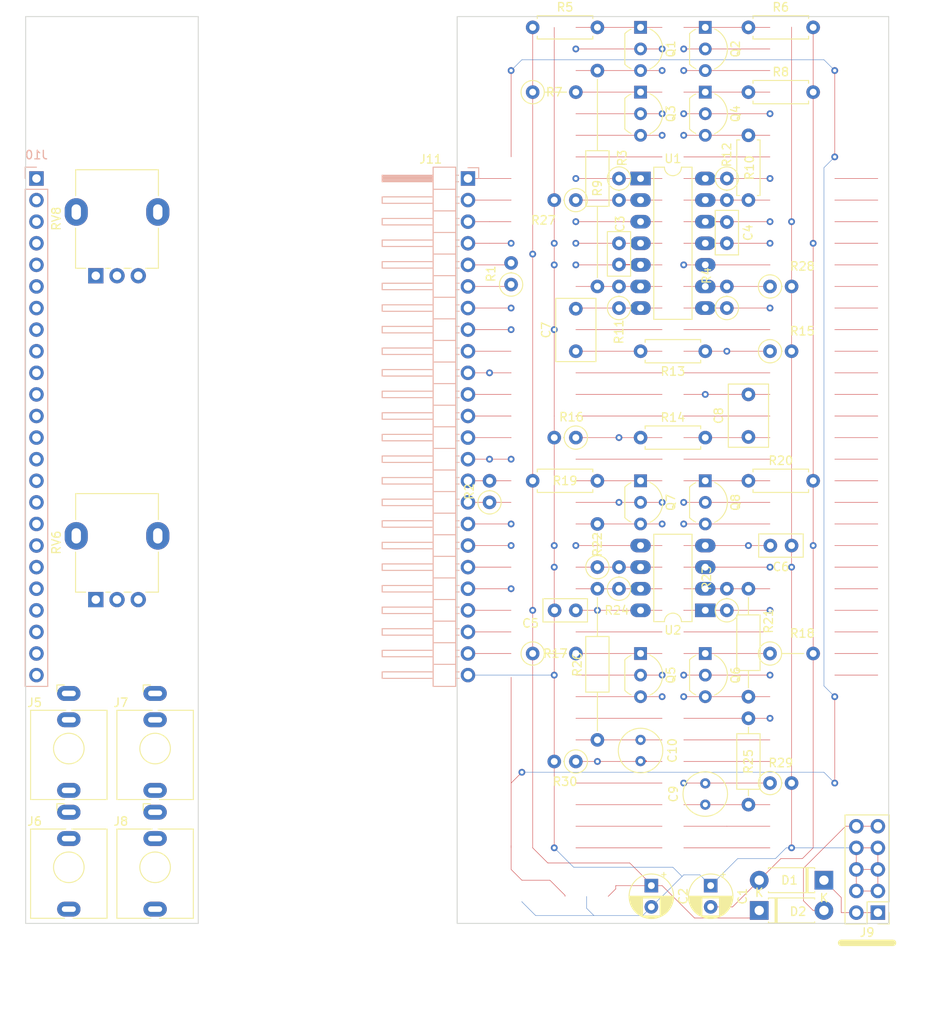
<source format=kicad_pcb>
(kicad_pcb (version 20211014) (generator pcbnew)
  (title_block (title "Eurorack Wavefolder Module") (date "2022-01-20") (rev "1.0") (company "Len Popp") (comment 1 "Copyright © 2021 Len Popp CC BY") (comment 2 "Component placement for 4HP module using Delptronics Module Construction Set") (comment 3 "Eurorack wavefolder module"))
  (layers (0 "F.Cu" signal) (1 "In1.Cu" jumper "Wire1.Cu") (2 "In2.Cu" jumper "Wire2.Cu") (3 "In3.Cu" jumper "Wire3.Cu") (4 "In4.Cu" jumper "Wire4.Cu") (31 "B.Cu" signal) (34 "B.Paste" user) (35 "F.Paste" user) (36 "B.SilkS" user "B.Silkscreen") (37 "F.SilkS" user "F.Silkscreen") (38 "B.Mask" user) (39 "F.Mask" user) (44 "Edge.Cuts" user))
  (net 0 "")
  (net 1 "+12V")
  (net 2 "GND")
  (net 3 "-12V")
  (net 5 "Net-(D1-Pad1)")
  (net 6 "Net-(D2-Pad2)")
  (net 9 "Net-(J10-Pad6)")
  (net 10 "Net-(J10-Pad8)")
  (net 17 "Net-(J10-Pad4)")
  (net 18 "Net-(J10-Pad5)")
  (net 19 "unconnected-(J11-Pad9)")
  (net 20 "unconnected-(J11-Pad1)")
  (net 21 "unconnected-(J11-Pad2)")
  (net 22 "Net-(J10-Pad9)")
  (net 23 "Net-(J10-Pad10)")
  (net 24 "unconnected-(J11-Pad3)")
  (net 25 "unconnected-(J11-Pad11)")
  (net 26 "unconnected-(J11-Pad12)")
  (net 27 "Net-(J10-Pad14)")
  (net 28 "Net-(J10-Pad15)")
  (net 29 "unconnected-(J11-Pad13)")
  (net 30 "unconnected-(J11-Pad19)")
  (net 31 "unconnected-(J11-Pad21)")
  (net 32 "Net-(J10-Pad19)")
  (net 33 "Net-(J10-Pad20)")
  (net 34 "unconnected-(J11-Pad22)")
  (net 35 "unconnected-(J11-Pad23)")
  (net 36 "Net-(C7-Pad2)")
  (net 37 "Net-(C7-Pad1)")
  (net 38 "Net-(C8-Pad2)")
  (net 39 "Net-(C8-Pad1)")
  (net 40 "OUT-2")
  (net 41 "IN-2")
  (net 42 "OUT-1")
  (net 43 "IN-1")
  (net 44 "Net-(Q1-Pad2)")
  (net 45 "Net-(Q1-Pad3)")
  (net 46 "Net-(Q1-Pad1)")
  (net 47 "Net-(Q2-Pad1)")
  (net 48 "Net-(Q3-Pad2)")
  (net 49 "Net-(Q3-Pad3)")
  (net 50 "Net-(Q3-Pad1)")
  (net 51 "Net-(Q4-Pad1)")
  (net 52 "Net-(Q5-Pad2)")
  (net 53 "Net-(Q5-Pad3)")
  (net 54 "Net-(Q5-Pad1)")
  (net 55 "Net-(Q6-Pad1)")
  (net 56 "Net-(Q7-Pad2)")
  (net 57 "Net-(Q7-Pad3)")
  (net 58 "Net-(Q7-Pad1)")
  (net 59 "Net-(Q8-Pad1)")
  (net 60 "Net-(R11-Pad2)")
  (net 61 "Net-(R10-Pad1)")
  (net 62 "Net-(R21-Pad1)")
  (net 63 "Net-(R22-Pad1)")
  (net 64 "Net-(R23-Pad1)")
  (net 65 "Net-(R24-Pad1)")
  (net 66 "IN-ATTEN-2")
  (net 67 "IN-POT-HI-2")
  (net 68 "IN-ATTEN-1")
  (net 69 "IN-POT-HI-1")
  (net 70 "Net-(R27-Pad1)")
  (net 71 "Net-(R28-Pad1)")
  (net 72 "Net-(C9-Pad1)")
  (net 73 "Net-(C10-Pad1)")
  (net 74 "Net-(J10-Pad7)")
  (net 75 "Net-(J10-Pad16)")
  (net 76 "Net-(J10-Pad17)")
  (net 77 "Net-(J10-Pad18)")
  (footprint "-lmp-synth:Jack_3.5mm_QingPu_WQP-PJ398SM_Vertical" (layer "F.Cu") (at 105.41 103.759)
    (fp_text reference "J5")
    (fp_text value "PJ398")
  )
  (footprint "-lmp-misc:CP_Radial_D5.0mm_P2.50mm" (layer "F.Cu") (at 180.975 126.365 -90)
    (fp_text reference "C1")
    (fp_text value "10U")
  )
  (footprint "Diode_THT:D_DO-41_SOD81_P7.62mm_Horizontal" (layer "F.Cu") (at 194.31 125.73 180)
    (fp_text reference "D1")
    (fp_text value "MBR150")
  )
  (footprint "-lmp-synth:PinHeader_Delptronics_Back_Left_4HP" (layer "F.Cu") (at 152.4 43.18)
    (fp_text reference "J11")
    (fp_text value "Conn_Back")
  )
  (footprint "-lmp-misc:CP_Radial_D5.0mm_P2.50mm" (layer "F.Cu") (at 173.99 126.365 -90)
    (fp_text reference "C2")
    (fp_text value "10U")
  )
  (footprint "Diode_THT:D_DO-41_SOD81_P7.62mm_Horizontal" (layer "F.Cu") (at 186.69 129.286)
    (fp_text reference "D2")
    (fp_text value "MBR150")
  )
  (footprint "-lmp-misc:C_Disc_D5.0mm_W2.5mm_P2.50mm" (layer "F.Cu") (at 170.18 50.8 -90)
    (fp_text reference "C3")
    (fp_text value "100N")
  )
  (footprint "-lmp-misc:C_Disc_D5.0mm_W2.5mm_P2.50mm" (layer "F.Cu") (at 182.88 48.3 -90)
    (fp_text reference "C4")
    (fp_text value "100N")
  )
  (footprint "-lmp-misc:C_Disc_D5.0mm_W2.5mm_P2.50mm" (layer "F.Cu") (at 165.1 93.98 180)
    (fp_text reference "C5")
    (fp_text value "100N")
  )
  (footprint "-lmp-misc:C_Disc_D5.0mm_W2.5mm_P2.50mm" (layer "F.Cu") (at 190.5 86.36 180)
    (fp_text reference "C6")
    (fp_text value "100N")
  )
  (footprint "-lmp-misc:C_Rect_L7.2mm_W4.5mm_P5.00mm" (layer "F.Cu") (at 165.1 63.5 90)
    (fp_text reference "C7")
    (fp_text value "680N")
  )
  (footprint "-lmp-misc:C_Rect_L7.2mm_W4.5mm_P5.00mm" (layer "F.Cu") (at 185.42 73.58 90)
    (fp_text reference "C8")
    (fp_text value "680N")
  )
  (footprint "-lmp-synth:Jack_3.5mm_QingPu_WQP-PJ398SM_Vertical" (layer "F.Cu") (at 105.41 117.729)
    (fp_text reference "J6")
    (fp_text value "PJ398")
  )
  (footprint "-lmp-synth:Jack_3.5mm_QingPu_WQP-PJ398SM_Vertical" (layer "F.Cu") (at 115.57 103.759)
    (fp_text reference "J7")
    (fp_text value "PJ398")
  )
  (footprint "-lmp-synth:Jack_3.5mm_QingPu_WQP-PJ398SM_Vertical" (layer "F.Cu") (at 115.57 117.729)
    (fp_text reference "J8")
    (fp_text value "PJ398")
  )
  (footprint "-lmp-misc:TO-92_Inline_Wide" (layer "F.Cu") (at 172.72 25.4 -90)
    (fp_text reference "Q1")
    (fp_text value "2N3906")
  )
  (footprint "-lmp-misc:TO-92_Inline_Wide" (layer "F.Cu") (at 180.34 25.4 -90)
    (fp_text reference "Q2")
    (fp_text value "2N3904")
  )
  (footprint "-lmp-misc:TO-92_Inline_Wide" (layer "F.Cu") (at 172.72 33.02 -90)
    (fp_text reference "Q3")
    (fp_text value "2N3906")
  )
  (footprint "-lmp-misc:TO-92_Inline_Wide" (layer "F.Cu") (at 180.34 33.02 -90)
    (fp_text reference "Q4")
    (fp_text value "2N3904")
  )
  (footprint "-lmp-misc:TO-92_Inline_Wide" (layer "F.Cu") (at 172.72 99.06 -90)
    (fp_text reference "Q5")
    (fp_text value "2N3906")
  )
  (footprint "-lmp-misc:TO-92_Inline_Wide" (layer "F.Cu") (at 172.72 78.74 -90)
    (fp_text reference "Q7")
    (fp_text value "2N3906")
  )
  (footprint "-lmp-misc:TO-92_Inline_Wide" (layer "F.Cu") (at 180.34 78.74 -90)
    (fp_text reference "Q8")
    (fp_text value "2N3904")
  )
  (footprint "-lmp-stripboard:SB_Gen_1" (layer "F.Cu") (at 170.18 43.18 -90)
    (fp_text reference "R3")
    (fp_text value "18K")
  )
  (footprint "-lmp-stripboard:SB_Gen_1" (layer "F.Cu") (at 182.88 58.42 90)
    (fp_text reference "R4")
    (fp_text value "18K")
  )
  (footprint "-lmp-misc:R_Axial_DIN0207_L6.3mm_D2.5mm_P7.62mm_Horizontal" (layer "F.Cu") (at 160.02 25.4)
    (fp_text reference "R5")
    (fp_text value "15K")
  )
  (footprint "-lmp-misc:R_Axial_DIN0207_L6.3mm_D2.5mm_P7.62mm_Horizontal" (layer "F.Cu") (at 185.42 25.4)
    (fp_text reference "R6")
    (fp_text value "15K")
  )
  (footprint "-lmp-stripboard:SB_Gen_2" (layer "F.Cu") (at 160.02 33.02)
    (fp_text reference "R7")
    (fp_text value "15K")
  )
  (footprint "-lmp-misc:R_Axial_DIN0207_L6.3mm_D2.5mm_P7.62mm_Horizontal" (layer "F.Cu") (at 185.42 33.02)
    (fp_text reference "R8")
    (fp_text value "15K")
  )
  (footprint "-lmp-stripboard:SB_Gen_10" (layer "F.Cu") (at 167.64 55.88 90)
    (fp_text reference "R9")
    (fp_text value "10K")
  )
  (footprint "-lmp-misc:R_Axial_DIN0207_L6.3mm_D2.5mm_P7.62mm_Horizontal" (layer "F.Cu") (at 185.42 45.72 90)
    (fp_text reference "R10")
    (fp_text value "10K")
  )
  (footprint "-lmp-stripboard:SB_Gen_1" (layer "F.Cu") (at 170.18 58.42 90)
    (fp_text reference "R11")
    (fp_text value "120K")
  )
  (footprint "-lmp-stripboard:SB_Gen_1" (layer "F.Cu") (at 182.88 43.18 -90)
    (fp_text reference "R12")
    (fp_text value "120K")
  )
  (footprint "-lmp-misc:R_Axial_DIN0207_L6.3mm_D2.5mm_P7.62mm_Horizontal" (layer "F.Cu") (at 180.34 63.5 180)
    (fp_text reference "R13")
    (fp_text value "27K")
  )
  (footprint "-lmp-misc:R_Axial_DIN0207_L6.3mm_D2.5mm_P7.62mm_Horizontal" (layer "F.Cu") (at 172.72 73.66)
    (fp_text reference "R14")
    (fp_text value "27K")
  )
  (footprint "-lmp-stripboard:SB_Gen_1" (layer "F.Cu") (at 187.96 63.5)
    (fp_text reference "R15")
    (fp_text value "68K")
  )
  (footprint "-lmp-stripboard:SB_Gen_1" (layer "F.Cu") (at 165.1 73.66 180)
    (fp_text reference "R16")
    (fp_text value "68K")
  )
  (footprint "-lmp-stripboard:SB_Gen_2" (layer "F.Cu") (at 160.02 99.06)
    (fp_text reference "R17")
    (fp_text value "15K")
  )
  (footprint "-lmp-stripboard:SB_Gen_2" (layer "F.Cu") (at 187.96 99.06)
    (fp_text reference "R18")
    (fp_text value "15K")
  )
  (footprint "-lmp-misc:R_Axial_DIN0207_L6.3mm_D2.5mm_P7.62mm_Horizontal" (layer "F.Cu") (at 160.02 78.74)
    (fp_text reference "R19")
    (fp_text value "15K")
  )
  (footprint "-lmp-misc:R_Axial_DIN0207_L6.3mm_D2.5mm_P7.62mm_Horizontal" (layer "F.Cu") (at 185.42 78.74)
    (fp_text reference "R20")
    (fp_text value "15K")
  )
  (footprint "-lmp-stripboard:SB_Gen_5" (layer "F.Cu") (at 185.42 91.44 -90)
    (fp_text reference "R21")
    (fp_text value "10K")
  )
  (footprint "-lmp-stripboard:SB_Gen_2" (layer "F.Cu") (at 167.64 88.9 90)
    (fp_text reference "R22")
    (fp_text value "10K")
  )
  (footprint "-lmp-stripboard:SB_Gen_1" (layer "F.Cu") (at 182.88 93.98 90)
    (fp_text reference "R23")
    (fp_text value "200K")
  )
  (footprint "-lmp-stripboard:SB_Gen_1" (layer "F.Cu") (at 170.18 91.44 90)
    (fp_text reference "R24")
    (fp_text value "200K")
  )
  (footprint "-lmp-misc:R_Axial_DIN0207_L6.3mm_D2.5mm_P10.16mm_Horizontal" (layer "F.Cu") (at 185.42 116.84 90)
    (fp_text reference "R25")
    (fp_text value "1K")
  )
  (footprint "-lmp-stripboard:SB_Gen_7" (layer "F.Cu") (at 167.64 109.22 90)
    (fp_text reference "R26")
    (fp_text value "1K")
  )
  (footprint "-lmp-misc:DIP-14_W7.62mm_LongPads" (layer "F.Cu") (at 172.72 43.18)
    (fp_text reference "U1")
    (fp_text value "TL074")
  )
  (footprint "-lmp-misc:DIP-8_W7.62mm_LongPads" (layer "F.Cu") (at 180.34 93.98 180)
    (fp_text reference "U2")
    (fp_text value "TL072")
  )
  (footprint "-lmp-synth:PinHeader-Eurorack-10-TH" (layer "F.Cu") (at 200.66 129.54 180)
    (fp_text reference "J9")
    (fp_text value "Conn_Eurorack_10")
  )
  (footprint "-lmp-misc:TO-92_Inline_Wide" (layer "F.Cu") (at 180.34 99.06 -90)
    (fp_text reference "Q6")
    (fp_text value "2N3904")
  )
  (footprint "-lmp-stripboard:SB_Gen_1" (layer "F.Cu") (at 157.48 55.655 90)
    (fp_text reference "R1")
    (fp_text value "499K")
  )
  (footprint "-lmp-stripboard:SB_Gen_1" (layer "F.Cu") (at 154.94 81.28 90)
    (fp_text reference "R2")
    (fp_text value "499K")
  )
  (footprint "-lmp-stripboard:SB_Gen_1" (layer "F.Cu") (at 187.96 55.88)
    (fp_text reference "R28")
    (fp_text value "100K")
  )
  (footprint "-lmp-stripboard:SB_Gen_1" (layer "F.Cu") (at 165.1 45.72 180)
    (fp_text reference "R27")
    (fp_text value "100K")
  )
  (footprint "-lmp-synth:Potentiometer_Alpha_RD901F-40-00D_Single_Vertical" (layer "F.Cu") (at 108.585 92.72 90)
    (fp_text reference "RV6")
    (fp_text value "100K")
  )
  (footprint "-lmp-misc:C_Radial_D5.0mm_H5.0mm_P2.50mm" (layer "F.Cu") (at 180.34 116.84 90)
    (fp_text reference "C9")
    (fp_text value "10U")
  )
  (footprint "-lmp-misc:C_Radial_D5.0mm_H5.0mm_P2.50mm" (layer "F.Cu") (at 172.72 109.22 -90)
    (fp_text reference "C10")
    (fp_text value "10U")
  )
  (footprint "-lmp-stripboard:SB_Gen_1" (layer "F.Cu") (at 165.1 111.76 180)
    (fp_text reference "R30")
    (fp_text value "100K")
  )
  (footprint "-lmp-synth:Potentiometer_Alpha_RD901F-40-00D_Single_Vertical" (layer "F.Cu") (at 108.585 54.62 90)
    (fp_text reference "RV8")
    (fp_text value "100K")
  )
  (footprint "-lmp-stripboard:SB_Gen_1" (layer "F.Cu") (at 187.96 114.3)
    (fp_text reference "R29")
    (fp_text value "100K")
  )
  (footprint "-lmp-synth:PinSocket_Delptronics_Front" (layer "B.Cu") (at 101.6 43.18 180)
    (fp_text reference "J10")
    (fp_text value "Conn_Front")
  )
  (gr_line (start 120.65 24.13) (end 120.65 130.81) (layer "Edge.Cuts") (width 0.1))
  (gr_line (start 120.65 130.81) (end 100.33 130.81) (layer "Edge.Cuts") (width 0.1))
  (gr_line (start 100.33 24.13) (end 120.65 24.13) (layer "Edge.Cuts") (width 0.1))
  (gr_line (start 201.93 130.81) (end 151.13 130.81) (layer "Edge.Cuts") (width 0.1))
  (gr_line (start 201.93 24.13) (end 201.93 130.81) (layer "Edge.Cuts") (width 0.1))
  (gr_line (start 151.13 130.81) (end 151.13 24.13) (layer "Edge.Cuts") (width 0.1))
  (gr_line (start 151.13 24.13) (end 201.93 24.13) (layer "Edge.Cuts") (width 0.1))
  (gr_line (start 100.33 130.81) (end 100.33 24.13) (layer "Edge.Cuts") (width 0.1))
  (segment (start 195.58 73.66) (end 200.66 73.66) (width 0.0508) (layer "F.Cu") (net 0))
  (segment (start 195.58 81.28) (end 200.66 81.28) (width 0.0508) (layer "F.Cu") (net 0))
  (segment (start 163.83 127.635) (end 163.83 127.508) (width 0.0508) (layer "F.Cu") (net 0))
  (segment (start 195.58 43.18) (end 200.66 43.18) (width 0.0508) (layer "F.Cu") (net 0))
  (segment (start 157.48 30.48) (end 157.48 40.64) (width 0.0508) (layer "F.Cu") (net 0))
  (segment (start 195.58 101.6) (end 200.66 101.6) (width 0.0508) (layer "F.Cu") (net 0))
  (segment (start 195.58 45.72) (end 200.66 45.72) (width 0.0508) (layer "F.Cu") (net 0))
  (segment (start 163.83 127.508) (end 162.052 125.73) (width 0.0508) (layer "F.Cu") (net 0))
  (segment (start 195.58 96.52) (end 200.66 96.52) (width 0.0508) (layer "F.Cu") (net 0))
  (segment (start 157.48 121.666) (end 157.48 124.46) (width 0.0508) (layer "F.Cu") (net 0))
  (segment (start 195.58 76.2) (end 200.66 76.2) (width 0.0508) (layer "F.Cu") (net 0))
  (segment (start 157.48 114.3) (end 157.48 121.666) (width 0.0508) (layer "F.Cu") (net 0))
  (segment (start 195.58 93.98) (end 200.66 93.98) (width 0.0508) (layer "F.Cu") (net 0))
  (segment (start 157.48 101.854) (end 157.48 114.3) (width 0.0508) (layer "F.Cu") (net 0))
  (segment (start 195.58 86.36) (end 200.66 86.36) (width 0.0508) (layer "F.Cu") (net 0))
  (segment (start 195.58 48.26) (end 200.66 48.26) (width 0.0508) (layer "F.Cu") (net 0))
  (segment (start 195.58 68.58) (end 200.66 68.58) (width 0.0508) (layer "F.Cu") (net 0))
  (segment (start 195.58 78.74) (end 200.66 78.74) (width 0.0508) (layer "F.Cu") (net 0))
  (segment (start 195.58 71.12) (end 200.66 71.12) (width 0.0508) (layer "F.Cu") (net 0))
  (segment (start 195.58 50.8) (end 200.66 50.8) (width 0.0508) (layer "F.Cu") (net 0))
  (segment (start 195.58 83.82) (end 200.66 83.82) (width 0.0508) (layer "F.Cu") (net 0))
  (segment (start 157.48 114.3) (end 158.75 113.03) (width 0.0508) (layer "F.Cu") (net 0))
  (segment (start 195.58 99.06) (end 200.66 99.06) (width 0.0508) (layer "F.Cu") (net 0))
  (segment (start 195.58 91.44) (end 200.66 91.44) (width 0.0508) (layer "F.Cu") (net 0))
  (segment (start 195.58 58.42) (end 200.66 58.42) (width 0.0508) (layer "F.Cu") (net 0))
  (segment (start 195.58 114.3) (end 195.58 104.14) (width 0.0508) (layer "F.Cu") (net 0))
  (segment (start 157.48 121.666) (end 157.48 121.92) (width 0.0508) (layer "F.Cu") (net 0))
  (segment (start 195.58 88.9) (end 200.66 88.9) (width 0.0508) (layer "F.Cu") (net 0))
  (segment (start 195.58 53.34) (end 200.66 53.34) (width 0.0508) (layer "F.Cu") (net 0))
  (segment (start 157.48 124.46) (end 158.75 125.73) (width 0.0508) (layer "F.Cu") (net 0))
  (segment (start 162.052 125.73) (end 158.75 125.73) (width 0.0508) (layer "F.Cu") (net 0))
  (segment (start 195.58 40.64) (end 195.58 30.48) (width 0.0508) (layer "F.Cu") (net 0))
  (segment (start 175.26 114.3) (end 165.1 114.3) (width 0.0508) (layer "F.Cu") (net 0))
  (segment (start 195.58 66.04) (end 200.66 66.04) (width 0.0508) (layer "F.Cu") (net 0))
  (segment (start 195.58 63.5) (end 200.66 63.5) (width 0.0508) (layer "F.Cu") (net 0))
  (segment (start 195.58 55.88) (end 200.66 55.88) (width 0.0508) (layer "F.Cu") (net 0))
  (segment (start 195.58 60.96) (end 200.66 60.96) (width 0.0508) (layer "F.Cu") (net 0))
  (segment (start 187.96 119.38) (end 182.88 119.38) (width 0.0508) (layer "F.Cu") (net 0))
  (segment (start 175.26 60.96) (end 165.1 60.96) (width 0.0508) (layer "F.Cu") (net 0))
  (segment (start 175.26 119.38) (end 165.1 119.38) (width 0.0508) (layer "F.Cu") (net 0))
  (segment (start 175.26 40.64) (end 165.1 40.64) (width 0.0508) (layer "F.Cu") (net 0))
  (segment (start 187.96 96.52) (end 177.8 96.52) (width 0.0508) (layer "F.Cu") (net 0))
  (segment (start 175.26 68.58) (end 165.1 68.58) (width 0.0508) (layer "F.Cu") (net 0))
  (segment (start 187.96 121.92) (end 177.8 121.92) (width 0.0508) (layer "F.Cu") (net 0))
  (segment (start 175.26 71.12) (end 175.26 71.12) (width 0.0508) (layer "F.Cu") (net 0))
  (segment (start 175.26 106.68) (end 165.1 106.68) (width 0.0508) (layer "F.Cu") (net 0))
  (segment (start 175.26 96.52) (end 165.1 96.52) (width 0.0508) (layer "F.Cu") (net 0))
  (segment (start 187.96 66.04) (end 177.8 66.04) (width 0.0508) (layer "F.Cu") (net 0))
  (segment (start 175.26 116.84) (end 165.1 116.84) (width 0.0508) (layer "F.Cu") (net 0))
  (segment (start 175.26 76.2) (end 175.26 76.2) (width 0.0508) (layer "F.Cu") (net 0))
  (segment (start 187.96 111.76) (end 177.8 111.76) (width 0.0508) (layer "F.Cu") (net 0))
  (segment (start 175.26 66.04) (end 165.1 66.04) (width 0.0508) (layer "F.Cu") (net 0))
  (segment (start 175.26 121.92) (end 165.1 121.92) (width 0.0508) (layer "F.Cu") (net 0))
  (segment (start 187.96 76.2) (end 177.8 76.2) (width 0.0508) (layer "F.Cu") (net 0))
  (segment (start 187.96 60.96) (end 177.8 60.96) (width 0.0508) (layer "F.Cu") (net 0))
  (segment (start 187.96 71.12) (end 177.8 71.12) (width 0.0508) (layer "F.Cu") (net 0))
  (segment (start 187.96 109.22) (end 177.8 109.22) (width 0.0508) (layer "F.Cu") (net 0))
  (segment (start 187.96 40.64) (end 177.8 40.64) (width 0.0508) (layer "F.Cu") (net 0))
  (segment (start 175.26 76.2) (end 165.1 76.2) (width 0.0508) (layer "F.Cu") (net 0))
  (segment (start 175.26 71.12) (end 165.1 71.12) (width 0.0508) (layer "F.Cu") (net 0))
  (segment (start 182.88 119.38) (end 177.8 119.38) (width 0.0508) (layer "F.Cu") (net 0))
  (via (at 195.58 104.14) (size 0.8) (drill 0.4) (layers "F.Cu" "B.Cu") (net 0))
  (via (at 195.58 40.64) (size 0.8) (drill 0.4) (layers "F.Cu" "B.Cu") (net 0))
  (via (at 195.58 30.48) (size 0.8) (drill 0.4) (layers "F.Cu" "B.Cu") (net 0))
  (via (at 195.58 114.3) (size 0.8) (drill 0.4) (layers "F.Cu" "B.Cu") (net 0))
  (via (at 158.75 113.03) (size 0.8) (drill 0.4) (layers "F.Cu" "B.Cu") (net 0))
  (via (at 157.48 30.48) (size 0.8) (drill 0.4) (layers "F.Cu" "B.Cu") (net 0))
  (segment (start 194.31 113.03) (end 158.75 113.03) (width 0.0508) (layer "B.Cu") (net 0))
  (segment (start 158.75 29.21) (end 157.48 30.48) (width 0.0508) (layer "B.Cu") (net 0))
  (segment (start 195.58 30.48) (end 194.31 29.21) (width 0.0508) (layer "B.Cu") (net 0))
  (segment (start 195.58 104.14) (end 194.31 102.87) (width 0.0508) (layer "B.Cu") (net 0))
  (segment (start 195.58 114.3) (end 194.31 113.03) (width 0.0508) (layer "B.Cu") (net 0))
  (segment (start 194.31 102.87) (end 194.31 41.91) (width 0.0508) (layer "B.Cu") (net 0))
  (segment (start 194.31 41.91) (end 195.58 40.64) (width 0.0508) (layer "B.Cu") (net 0))
  (segment (start 158.75 29.21) (end 194.31 29.21) (width 0.0508) (layer "B.Cu") (net 0))
  (segment (start 179.07 130.175) (end 175.26 126.365) (width 0.0508) (layer "F.Cu") (net 1))
  (segment (start 186.055 130.175) (end 179.07 130.175) (width 0.0508) (layer "F.Cu") (net 1))
  (segment (start 169.799 126.365) (end 169.799 126.746) (width 0.0508) (layer "F.Cu") (net 1))
  (segment (start 175.26 126.365) (end 173.99 126.365) (width 0.0508) (layer "F.Cu") (net 1))
  (segment (start 161.798 123.698) (end 160.02 121.92) (width 0.0508) (layer "F.Cu") (net 1))
  (segment (start 186.69 129.54) (end 186.055 130.175) (width 0.0508) (layer "F.Cu") (net 1))
  (segment (start 186.69 129.286) (end 186.69 129.54) (width 0.0508) (layer "F.Cu") (net 1))
  (segment (start 175.26 50.8) (end 165.1 50.8) (width 0.0508) (layer "F.Cu") (net 1))
  (segment (start 160.02 25.4) (end 160.02 52.07) (width 0.0508) (layer "F.Cu") (net 1))
  (segment (start 171.45 123.698) (end 161.798 123.698) (width 0.0508) (layer "F.Cu") (net 1))
  (segment (start 175.26 93.98) (end 167.64 93.98) (width 0.0508) (layer "F.Cu") (net 1))
  (segment (start 173.99 126.238) (end 171.45 123.698) (width 0.0508) (layer "F.Cu") (net 1))
  (segment (start 173.99 126.365) (end 173.99 126.238) (width 0.0508) (layer "F.Cu") (net 1))
  (segment (start 169.799 126.746) (end 168.91 127.635) (width 0.0508) (layer "F.Cu") (net 1))
  (segment (start 169.799 126.365) (end 173.99 126.365) (width 0.0508) (layer "F.Cu") (net 1))
  (segment (start 165.1 50.8) (end 165.1 50.8) (width 0.0508) (layer "F.Cu") (net 1))
  (segment (start 160.02 52.07) (end 160.02 93.98) (width 0.0508) (layer "F.Cu") (net 1))
  (segment (start 160.02 93.98) (end 160.02 121.92) (width 0.0508) (layer "F.Cu") (net 1))
  (segment (start 167.64 93.98) (end 165.1 93.98) (width 0.0508) (layer "F.Cu") (net 1))
  (via (at 165.1 50.8) (size 0.8) (drill 0.4) (layers "F.Cu" "B.Cu") (net 1))
  (via (at 167.64 93.98) (size 0.8) (drill 0.4) (layers "F.Cu" "B.Cu") (net 1))
  (via (at 160.02 52.07) (size 0.8) (drill 0.4) (layers "F.Cu" "B.Cu") (net 1))
  (via (at 160.02 93.98) (size 0.8) (drill 0.4) (layers "F.Cu" "B.Cu") (net 1))
  (segment (start 152.4 60.96) (end 157.48 60.96) (width 0.0508) (layer "F.Cu") (net 2))
  (segment (start 152.4 86.36) (end 157.48 86.36) (width 0.0508) (layer "F.Cu") (net 2))
  (segment (start 198.12 121.92) (end 198.12 124.46) (width 0.0508) (layer "F.Cu") (net 2))
  (segment (start 198.12 124.46) (end 198.12 127) (width 0.0508) (layer "F.Cu") (net 2))
  (segment (start 152.4 50.8) (end 154.94 50.8) (width 0.0508) (layer "F.Cu") (net 2))
  (segment (start 198.12 121.92) (end 200.66 121.92) (width 0.0508) (layer "F.Cu") (net 2))
  (segment (start 200.66 127) (end 200.66 124.46) (width 0.0508) (layer "F.Cu") (net 2))
  (segment (start 200.66 124.46) (end 200.66 121.92) (width 0.0508) (layer "F.Cu") (net 2))
  (segment (start 198.12 124.46) (end 200.66 124.46) (width 0.0508) (layer "F.Cu") (net 2))
  (segment (start 198.12 127) (end 200.66 127) (width 0.0508) (layer "F.Cu") (net 2))
  (segment (start 175.26 86.36) (end 165.1 86.36) (width 0.0508) (layer "F.Cu") (net 2))
  (segment (start 175.26 53.34) (end 165.1 53.34) (width 0.0508) (layer "F.Cu") (net 2))
  (segment (start 187.96 48.26) (end 187.96 48.26) (width 0.0508) (layer "F.Cu") (net 2))
  (segment (start 187.96 88.9) (end 187.96 88.9) (width 0.0508) (layer "F.Cu") (net 2))
  (segment (start 190.5 25.36) (end 190.5 48.26) (width 0.0508) (layer "F.Cu") (net 2))
  (segment (start 165.1 53.34) (end 165.1 53.34) (width 0.0508) (layer "F.Cu") (net 2))
  (segment (start 162.56 50.8) (end 162.56 53.34) (width 0.0508) (layer "F.Cu") (net 2))
  (segment (start 157.48 50.8) (end 157.48 50.8) (width 0.0508) (layer "F.Cu") (net 2))
  (segment (start 154.94 50.8) (end 157.48 50.8) (width 0.0508) (layer "F.Cu") (net 2))
  (segment (start 187.96 48.26) (end 177.8 48.26) (width 0.0508) (layer "F.Cu") (net 2))
  (segment (start 190.5 48.26) (end 190.5 53.34) (width 0.0508) (layer "F.Cu") (net 2))
  (segment (start 190.5 53.34) (end 190.5 88.9) (width 0.0508) (layer "F.Cu") (net 2))
  (segment (start 165.1 86.36) (end 165.1 86.36) (width 0.0508) (layer "F.Cu") (net 2))
  (segment (start 187.96 88.9) (end 177.8 88.9) (width 0.0508) (layer "F.Cu") (net 2))
  (segment (start 190.5 88.9) (end 190.5 121.92) (width 0.0508) (layer "F.Cu") (net 2))
  (segment (start 162.56 71.12) (end 162.56 86.36) (width 0.0508) (layer "F.Cu") (net 2))
  (segment (start 162.56 86.36) (end 162.56 88.9) (width 0.0508) (layer "F.Cu") (net 2))
  (segment (start 182.84 48.26) (end 182.88 48.3) (width 0.0508) (layer "F.Cu") (net 2))
  (segment (start 180.34 48.26) (end 182.84 48.26) (width 0.0508) (layer "F.Cu") (net 2))
  (segment (start 172.68 53.3) (end 172.72 53.34) (width 0.0508) (layer "F.Cu") (net 2))
  (segment (start 162.56 60.96) (end 162.56 71.12) (width 0.0508) (layer "F.Cu") (net 2))
  (segment (start 162.6 93.98) (end 162.56 93.98) (width 0.0508) (layer "F.Cu") (net 2))
  (segment (start 170.18 53.3) (end 172.68 53.3) (width 0.0508) (layer "F.Cu") (net 2))
  (segment (start 162.56 48.26) (end 162.56 50.8) (width 0.0508) (layer "F.Cu") (net 2))
  (segment (start 162.56 88.9) (end 162.56 121.92) (width 0.0508) (layer "F.Cu") (net 2))
  (segment (start 162.56 25.4) (end 162.56 48.26) (width 0.0508) (layer "F.Cu") (net 2))
  (segment (start 162.56 53.34) (end 162.56 60.96) (width 0.0508) (layer "F.Cu") (net 2))
  (via (at 190.5 121.92) (size 0.8) (drill 0.4) (layers "F.Cu" "B.Cu") (net 2))
  (via (at 162.56 101.6) (size 0.8) (drill 0.4) (layers "F.Cu" "B.Cu") (net 2))
  (via (at 162.56 121.92) (size 0.8) (drill 0.4) (layers "F.Cu" "B.Cu") (net 2))
  (via (at 165.1 86.36) (size 0.8) (drill 0.4) (layers "F.Cu" "B.Cu") (net 2))
  (via (at 187.96 88.9) (size 0.8) (drill 0.4) (layers "F.Cu" "B.Cu") (net 2))
  (via (at 157.48 60.96) (size 0.8) (drill 0.4) (layers "F.Cu" "B.Cu") (net 2))
  (via (at 187.96 48.26) (size 0.8) (drill 0.4) (layers "F.Cu" "B.Cu") (net 2))
  (via (at 162.56 86.36) (size 0.8) (drill 0.4) (layers "F.Cu" "B.Cu") (net 2))
  (via (at 162.56 60.96) (size 0.8) (drill 0.4) (layers "F.Cu" "B.Cu") (net 2))
  (via (at 190.5 88.9) (size 0.8) (drill 0.4) (layers "F.Cu" "B.Cu") (net 2))
  (via (at 157.48 50.8) (size 0.8) (drill 0.4) (layers "F.Cu" "B.Cu") (net 2))
  (via (at 190.5 48.26) (size 0.8) (drill 0.4) (layers "F.Cu" "B.Cu") (net 2))
  (via (at 157.48 86.36) (size 0.8) (drill 0.4) (layers "F.Cu" "B.Cu") (net 2))
  (via (at 162.56 53.34) (size 0.8) (drill 0.4) (layers "F.Cu" "B.Cu") (net 2))
  (via (at 162.56 88.9) (size 0.8) (drill 0.4) (layers "F.Cu" "B.Cu") (net 2))
  (via (at 165.1 53.34) (size 0.8) (drill 0.4) (layers "F.Cu" "B.Cu") (net 2))
  (via (at 162.56 50.8) (size 0.8) (drill 0.4) (layers "F.Cu" "B.Cu") (net 2))
  (segment (start 176.53 124.206) (end 164.846 124.206) (width 0.0508) (layer "B.Cu") (net 2))
  (segment (start 190.5 121.92) (end 189.865 121.92) (width 0.0508) (layer "B.Cu") (net 2))
  (segment (start 175.3 127.595) (end 175.26 127.595) (width 0.0508) (layer "B.Cu") (net 2))
  (segment (start 172.974 129.881) (end 167.219 129.881) (width 0.0508) (layer "B.Cu") (net 2))
  (segment (start 164.846 124.206) (end 162.56 121.92) (width 0.0508) (layer "B.Cu") (net 2))
  (segment (start 177.8 125.095) (end 177.6095 125.2855) (width 0.0508) (layer "B.Cu") (net 2))
  (segment (start 160.361 129.881) (end 158.75 128.27) (width 0.0508) (layer "B.Cu") (net 2))
  (segment (start 177.6095 125.2855) (end 175.3 127.595) (width 0.0508) (layer "B.Cu") (net 2))
  (segment (start 188.595 123.19) (end 184.15 123.19) (width 0.0508) (layer "B.Cu") (net 2))
  (segment (start 175.26 127.595) (end 173.99 128.865) (width 0.0508) (layer "B.Cu") (net 2))
  (segment (start 177.6095 125.2855) (end 176.53 124.206) (width 0.0508) (layer "B.Cu") (net 2))
  (segment (start 184.15 123.19) (end 180.975 126.365) (width 0.0508) (layer "B.Cu") (net 2))
  (segment (start 179.705 125.095) (end 180.975 126.365) (width 0.0508) (layer "B.Cu") (net 2))
  (segment (start 190.5 121.92) (end 198.12 121.92) (width 0.0508) (layer "B.Cu") (net 2))
  (segment (start 166.37 127.635) (end 166.37 129.032) (width 0.0508) (layer "B.Cu") (net 2))
  (segment (start 158.75 128.27) (end 158.75 128.23) (width 0.0508) (layer "B.Cu") (net 2))
  (segment (start 173.99 128.865) (end 172.974 129.881) (width 0.0508) (layer "B.Cu") (net 2))
  (segment (start 179.705 125.095) (end 177.8 125.095) (width 0.0508) (layer "B.Cu") (net 2))
  (segment (start 166.37 129.032) (end 167.219 129.881) (width 0.0508) (layer "B.Cu") (net 2))
  (segment (start 162.56 101.6) (end 152.4 101.6) (width 0.0508) (layer "B.Cu") (net 2))
  (segment (start 189.865 121.92) (end 188.595 123.19) (width 0.0508) (layer "B.Cu") (net 2))
  (segment (start 167.219 129.881) (end 160.361 129.881) (width 0.0508) (layer "B.Cu") (net 2))
  (segment (start 193.04 25.4) (end 193.04 50.8) (width 0.0508) (layer "F.Cu") (net 3))
  (segment (start 183.555 128.865) (end 186.69 125.73) (width 0.0508) (layer "F.Cu") (net 3))
  (segment (start 180.975 128.865) (end 183.555 128.865) (width 0.0508) (layer "F.Cu") (net 3))
  (segment (start 187.96 50.8) (end 187.96 50.8) (width 0.0508) (layer "F.Cu") (net 3))
  (segment (start 187.96 86.36) (end 185.42 86.36) (width 0.0508) (layer "F.Cu") (net 3))
  (segment (start 193.04 50.8) (end 193.04 86.36) (width 0.0508) (layer "F.Cu") (net 3))
  (segment (start 187.96 50.8) (end 177.8 50.8) (width 0.0508) (layer "F.Cu") (net 3))
  (segment (start 185.42 86.36) (end 177.8 86.36) (width 0.0508) (layer "F.Cu") (net 3))
  (segment (start 189.23 123.19) (end 186.69 125.73) (width 0.0508) (layer "F.Cu") (net 3))
  (segment (start 193.04 121.92) (end 191.77 123.19) (width 0.0508) (layer "F.Cu") (net 3))
  (segment (start 193.04 86.36) (end 193.04 121.92) (width 0.0508) (layer "F.Cu") (net 3))
  (segment (start 191.77 123.19) (end 189.23 123.19) (width 0.0508) (layer "F.Cu") (net 3))
  (via (at 185.42 86.36) (size 0.8) (drill 0.4) (layers "F.Cu" "B.Cu") (net 3))
  (via (at 193.04 86.36) (size 0.8) (drill 0.4) (layers "F.Cu" "B.Cu") (net 3))
  (via (at 187.96 50.8) (size 0.8) (drill 0.4) (layers "F.Cu" "B.Cu") (net 3))
  (via (at 193.04 50.8) (size 0.8) (drill 0.4) (layers "F.Cu" "B.Cu") (net 3))
  (segment (start 196.342 127.762) (end 194.31 125.73) (width 0.0508) (layer "F.Cu") (net 5))
  (segment (start 200.66 129.54) (end 196.342 129.54) (width 0.0508) (layer "F.Cu") (net 5))
  (segment (start 196.342 129.54) (end 196.342 127.762) (width 0.0508) (layer "F.Cu") (net 5))
  (segment (start 193.04 129.286) (end 194.31 129.286) (width 0.0508) (layer "F.Cu") (net 6))
  (segment (start 200.66 119.38) (end 196.85 119.38) (width 0.0508) (layer "F.Cu") (net 6))
  (segment (start 191.897 124.333) (end 191.897 128.143) (width 0.0508) (layer "F.Cu") (net 6))
  (segment (start 196.85 119.38) (end 191.897 124.333) (width 0.0508) (layer "F.Cu") (net 6))
  (segment (start 191.897 128.143) (end 193.04 129.286) (width 0.0508) (layer "F.Cu") (net 6))
  (segment (start 152.4 63.5) (end 157.48 63.5) (width 0.0508) (layer "F.Cu") (net 19))
  (segment (start 152.4 43.18) (end 157.48 43.18) (width 0.0508) (layer "F.Cu") (net 20))
  (segment (start 157.48 43.18) (end 157.48 43.18) (width 0.0508) (layer "F.Cu") (net 20))
  (segment (start 152.4 45.72) (end 157.48 45.72) (width 0.0508) (layer "F.Cu") (net 21))
  (segment (start 157.48 45.72) (end 157.48 45.72) (width 0.0508) (layer "F.Cu") (net 21))
  (segment (start 152.4 48.26) (end 154.94 48.26) (width 0.0508) (layer "F.Cu") (net 24))
  (segment (start 154.94 48.26) (end 157.48 48.26) (width 0.0508) (layer "F.Cu") (net 24))
  (segment (start 152.4 68.58) (end 157.48 68.58) (width 0.0508) (layer "F.Cu") (net 25))
  (segment (start 157.48 68.58) (end 157.48 68.58) (width 0.0508) (layer "F.Cu") (net 25))
  (segment (start 152.4 71.12) (end 157.48 71.12) (width 0.0508) (layer "F.Cu") (net 26))
  (segment (start 157.48 71.12) (end 157.48 71.12) (width 0.0508) (layer "F.Cu") (net 26))
  (segment (start 152.4 73.66) (end 157.48 73.66) (width 0.0508) (layer "F.Cu") (net 29))
  (segment (start 157.48 73.66) (end 157.48 73.66) (width 0.0508) (layer "F.Cu") (net 29))
  (segment (start 152.4 88.9) (end 157.48 88.9) (width 0.0508) (layer "F.Cu") (net 30))
  (segment (start 152.4 93.98) (end 157.48 93.98) (width 0.0508) (layer "F.Cu") (net 31))
  (segment (start 152.4 96.52) (end 157.48 96.52) (width 0.0508) (layer "F.Cu") (net 34))
  (segment (start 152.4 99.06) (end 157.48 99.06) (width 0.0508) (layer "F.Cu") (net 35))
  (segment (start 175.26 58.42) (end 165.1 58.42) (width 0.0508) (layer "F.Cu") (net 36))
  (segment (start 175.26 63.5) (end 165.1 63.5) (width 0.0508) (layer "F.Cu") (net 37))
  (segment (start 187.96 43.18) (end 187.96 43.18) (width 0.0508) (layer "F.Cu") (net 38))
  (segment (start 187.96 68.58) (end 180.34 68.58) (width 0.0508) (layer "F.Cu") (net 38))
  (segment (start 180.34 68.58) (end 177.8 68.58) (width 0.0508) (layer "F.Cu") (net 38))
  (segment (start 187.96 43.18) (end 177.8 43.18) (width 0.0508) (layer "F.Cu") (net 38))
  (via (at 180.34 68.58) (size 0.8) (drill 0.4) (layers "F.Cu" "B.Cu") (net 38))
  (via (at 187.96 43.18) (size 0.8) (drill 0.4) (layers "F.Cu" "B.Cu") (net 38))
  (segment (start 187.96 73.66) (end 177.8 73.66) (width 0.0508) (layer "F.Cu") (net 39))
  (segment (start 185.42 73.58) (end 185.42 73.66) (width 0.0508) (layer "F.Cu") (net 39))
  (segment (start 152.4 91.44) (end 157.48 91.44) (width 0.0508) (layer "F.Cu") (net 40))
  (segment (start 175.26 111.76) (end 167.64 111.76) (width 0.0508) (layer "F.Cu") (net 40))
  (segment (start 172.72 111.72) (end 173.315 111.72) (width 0.25) (layer "F.Cu") (net 40))
  (segment (start 173.315 111.72) (end 173.355 111.76) (width 0.0508) (layer "F.Cu") (net 40))
  (segment (start 167.64 111.76) (end 165.1 111.76) (width 0.0508) (layer "F.Cu") (net 40))
  (via (at 157.48 91.44) (size 0.8) (drill 0.4) (layers "F.Cu" "B.Cu") (net 40))
  (via (at 167.64 111.76) (size 0.8) (drill 0.4) (layers "F.Cu" "B.Cu") (net 40))
  (segment (start 152.4 78.74) (end 157.48 78.74) (width 0.0508) (layer "F.Cu") (net 41))
  (segment (start 157.48 78.74) (end 157.48 78.74) (width 0.0508) (layer "F.Cu") (net 41))
  (segment (start 152.4 76.2) (end 154.94 76.2) (width 0.0508) (layer "F.Cu") (net 42))
  (segment (start 152.4 66.04) (end 157.48 66.04) (width 0.0508) (layer "F.Cu") (net 42))
  (segment (start 157.48 66.04) (end 157.48 66.04) (width 0.0508) (layer "F.Cu") (net 42))
  (segment (start 154.94 76.2) (end 157.48 76.2) (width 0.0508) (layer "F.Cu") (net 42))
  (segment (start 180.975 114.3) (end 180.38 114.3) (width 0.0508) (layer "F.Cu") (net 42))
  (segment (start 180.975 114.3) (end 177.8 114.3) (width 0.0508) (layer "F.Cu") (net 42))
  (segment (start 180.38 114.3) (end 180.34 114.34) (width 0.0508) (layer "F.Cu") (net 42))
  (segment (start 187.96 114.3) (end 180.975 114.3) (width 0.0508) (layer "F.Cu") (net 42))
  (via (at 157.48 76.2) (size 0.8) (drill 0.4) (layers "F.Cu" "B.Cu") (net 42))
  (via (at 154.94 76.2) (size 0.8) (drill 0.4) (layers "F.Cu" "B.Cu") (net 42))
  (via (at 177.8 114.3) (size 0.8) (drill 0.4) (layers "F.Cu" "B.Cu") (net 42))
  (via (at 154.94 66.04) (size 0.8) (drill 0.4) (layers "F.Cu" "B.Cu") (net 42))
  (segment (start 152.4 53.34) (end 157.48 53.34) (width 0.0508) (layer "F.Cu") (net 43))
  (segment (start 157.48 53.34) (end 157.48 53.34) (width 0.0508) (layer "F.Cu") (net 43))
  (segment (start 175.26 43.18) (end 165.1 43.18) (width 0.0508) (layer "F.Cu") (net 44))
  (segment (start 175.26 27.94) (end 175.26 27.94) (width 0.0508) (layer "F.Cu") (net 44))
  (segment (start 187.96 27.94) (end 177.8 27.94) (width 0.0508) (layer "F.Cu") (net 44))
  (segment (start 175.26 27.94) (end 165.1 27.94) (width 0.0508) (layer "F.Cu") (net 44))
  (segment (start 177.8 27.94) (end 177.8 27.94) (width 0.0508) (layer "F.Cu") (net 44))
  (segment (start 165.1 27.94) (end 165.1 27.94) (width 0.0508) (layer "F.Cu") (net 44))
  (segment (start 165.1 43.18) (end 165.1 43.18) (width 0.0508) (layer "F.Cu") (net 44))
  (via (at 177.8 27.94) (size 0.8) (drill 0.4) (layers "F.Cu" "B.Cu") (net 44))
  (via (at 175.26 27.94) (size 0.8) (drill 0.4) (layers "F.Cu" "B.Cu") (net 44))
  (via (at 165.1 43.18) (size 0.8) (drill 0.4) (layers "F.Cu" "B.Cu") (net 44))
  (via (at 165.1 27.94) (size 0.8) (drill 0.4) (layers "F.Cu" "B.Cu") (net 44))
  (segment (start 175.26 30.48) (end 175.26 30.48) (width 0.0508) (layer "F.Cu") (net 45))
  (segment (start 187.96 30.48) (end 177.8 30.48) (width 0.0508) (layer "F.Cu") (net 45))
  (segment (start 175.26 30.48) (end 165.1 30.48) (width 0.0508) (layer "F.Cu") (net 45))
  (segment (start 177.8 30.48) (end 177.8 30.48) (width 0.0508) (layer "F.Cu") (net 45))
  (via (at 175.26 30.48) (size 0.8) (drill 0.4) (layers "F.Cu" "B.Cu") (net 45))
  (via (at 177.8 30.48) (size 0.8) (drill 0.4) (layers "F.Cu" "B.Cu") (net 45))
  (segment (start 175.26 25.4) (end 165.1 25.4) (width 0.0508) (layer "F.Cu") (net 46))
  (segment (start 187.96 25.4) (end 177.8 25.4) (width 0.0508) (layer "F.Cu") (net 47))
  (segment (start 175.26 35.56) (end 175.26 35.56) (width 0.0508) (layer "F.Cu") (net 48))
  (segment (start 187.96 35.56) (end 177.8 35.56) (width 0.0508) (layer "F.Cu") (net 48))
  (segment (start 187.96 58.42) (end 187.96 58.42) (width 0.0508) (layer "F.Cu") (net 48))
  (segment (start 175.26 35.56) (end 165.1 35.56) (width 0.0508) (layer "F.Cu") (net 48))
  (segment (start 177.8 35.56) (end 177.8 35.56) (width 0.0508) (layer "F.Cu") (net 48))
  (segment (start 187.96 58.42) (end 177.8 58.42) (width 0.0508) (layer "F.Cu") (net 48))
  (via (at 177.8 35.56) (size 0.8) (drill 0.4) (layers "F.Cu" "B.Cu") (net 48))
  (via (at 187.96 35.56) (size 0.8) (drill 0.4) (layers "F.Cu" "B.Cu") (net 48))
  (via (at 175.26 35.56) (size 0.8) (drill 0.4) (layers "F.Cu" "B.Cu") (net 48))
  (via (at 187.96 58.42) (size 0.8) (drill 0.4) (layers "F.Cu" "B.Cu") (net 48))
  (segment (start 175.26 38.1) (end 175.26 38.1) (width 0.0508) (layer "F.Cu") (net 49))
  (segment (start 187.96 38.1) (end 177.8 38.1) (width 0.0508) (layer "F.Cu") (net 49))
  (segment (start 175.26 38.1) (end 165.1 38.1) (width 0.0508) (layer "F.Cu") (net 49))
  (segment (start 177.8 38.1) (end 177.8 38.1) (width 0.0508) (layer "F.Cu") (net 49))
  (via (at 177.8 38.1) (size 0.8) (drill 0.4) (layers "F.Cu" "B.Cu") (net 49))
  (via (at 175.26 38.1) (size 0.8) (drill 0.4) (layers "F.Cu" "B.Cu") (net 49))
  (segment (start 175.26 33.02) (end 165.1 33.02) (width 0.0508) (layer "F.Cu") (net 50))
  (segment (start 187.96 33.02) (end 177.8 33.02) (width 0.0508) (layer "F.Cu") (net 51))
  (segment (start 175.26 101.6) (end 175.26 101.6) (width 0.0508) (layer "F.Cu") (net 52))
  (segment (start 187.96 101.6) (end 177.8 101.6) (width 0.0508) (layer "F.Cu") (net 52))
  (segment (start 187.96 63.5) (end 182.88 63.5) (width 0.0508) (layer "F.Cu") (net 52))
  (segment (start 182.88 63.5) (end 177.8 63.5) (width 0.0508) (layer "F.Cu") (net 52))
  (segment (start 177.8 101.6) (end 177.8 101.6) (width 0.0508) (layer "F.Cu") (net 52))
  (segment (start 175.26 101.6) (end 165.1 101.6) (width 0.0508) (layer "F.Cu") (net 52))
  (via (at 187.96 101.6) (size 0.8) (drill 0.4) (layers "F.Cu" "B.Cu") (net 52))
  (via (at 182.88 63.5) (size 0.8) (drill 0.4) (layers "F.Cu" "B.Cu") (net 52))
  (via (at 177.8 101.6) (size 0.8) (drill 0.4) (layers "F.Cu" "B.Cu") (net 52))
  (via (at 175.26 101.6) (size 0.8) (drill 0.4) (layers "F.Cu" "B.Cu") (net 52))
  (segment (start 175.26 104.14) (end 175.26 104.14) (width 0.0508) (layer "F.Cu") (net 53))
  (segment (start 187.96 104.14) (end 177.8 104.14) (width 0.0508) (layer "F.Cu") (net 53))
  (segment (start 175.26 104.14) (end 165.1 104.14) (width 0.0508) (layer "F.Cu") (net 53))
  (segment (start 177.8 104.14) (end 177.8 104.14) (width 0.0508) (layer "F.Cu") (net 53))
  (via (at 175.26 104.14) (size 0.8) (drill 0.4) (layers "F.Cu" "B.Cu") (net 53))
  (via (at 177.8 104.14) (size 0.8) (drill 0.4) (layers "F.Cu" "B.Cu") (net 53))
  (segment (start 175.26 99.06) (end 165.1 99.06) (width 0.0508) (layer "F.Cu") (net 54))
  (segment (start 187.96 99.06) (end 177.8 99.06) (width 0.0508) (layer "F.Cu") (net 55))
  (segment (start 175.26 73.66) (end 170.18 73.66) (width 0.0508) (layer "F.Cu") (net 56))
  (segment (start 187.96 81.28) (end 177.8 81.28) (width 0.0508) (layer "F.Cu") (net 56))
  (segment (start 175.26 81.28) (end 175.26 81.28) (width 0.0508) (layer "F.Cu") (net 56))
  (segment (start 175.26 81.28) (end 170.18 81.28) (width 0.0508) (layer "F.Cu") (net 56))
  (segment (start 177.8 81.28) (end 177.8 81.28) (width 0.0508) (layer "F.Cu") (net 56))
  (segment (start 170.18 81.28) (end 165.1 81.28) (width 0.0508) (layer "F.Cu") (net 56))
  (segment (start 170.18 73.66) (end 165.1 73.66) (width 0.0508) (layer "F.Cu") (net 56))
  (via (at 175.26 81.28) (size 0.8) (drill 0.4) (layers "F.Cu" "B.Cu") (net 56))
  (via (at 177.8 81.28) (size 0.8) (drill 0.4) (layers "F.Cu" "B.Cu") (net 56))
  (via (at 170.18 73.66) (size 0.8) (drill 0.4) (layers "F.Cu" "B.Cu") (net 56))
  (via (at 170.18 81.28) (size 0.8) (drill 0.4) (layers "F.Cu" "B.Cu") (net 56))
  (segment (start 175.26 83.82) (end 175.26 83.82) (width 0.0508) (layer "F.Cu") (net 57))
  (segment (start 187.96 83.82) (end 177.8 83.82) (width 0.0508) (layer "F.Cu") (net 57))
  (segment (start 177.8 83.82) (end 177.8 83.82) (width 0.0508) (layer "F.Cu") (net 57))
  (segment (start 175.26 83.82) (end 165.1 83.82) (width 0.0508) (layer "F.Cu") (net 57))
  (via (at 175.26 83.82) (size 0.8) (drill 0.4) (layers "F.Cu" "B.Cu") (net 57))
  (via (at 177.8 83.82) (size 0.8) (drill 0.4) (layers "F.Cu" "B.Cu") (net 57))
  (segment (start 175.26 78.74) (end 165.1 78.74) (width 0.0508) (layer "F.Cu") (net 58))
  (segment (start 187.96 78.74) (end 177.8 78.74) (width 0.0508) (layer "F.Cu") (net 59))
  (segment (start 175.26 55.88) (end 165.1 55.88) (width 0.0508) (layer "F.Cu") (net 60))
  (segment (start 187.96 45.72) (end 177.8 45.72) (width 0.0508) (layer "F.Cu") (net 61))
  (segment (start 187.96 91.44) (end 177.8 91.44) (width 0.0508) (layer "F.Cu") (net 62))
  (segment (start 175.26 88.9) (end 165.1 88.9) (width 0.0508) (layer "F.Cu") (net 63))
  (segment (start 187.96 93.98) (end 177.8 93.98) (width 0.0508) (layer "F.Cu") (net 64))
  (segment (start 187.96 106.68) (end 177.8 106.68) (width 0.0508) (layer "F.Cu") (net 64))
  (segment (start 177.8 93.98) (end 177.8 93.98) (width 0.0508) (layer "F.Cu") (net 64))
  (via (at 187.96 93.98) (size 0.8) (drill 0.4) (layers "F.Cu" "B.Cu") (net 64))
  (via (at 187.96 106.68) (size 0.8) (drill 0.4) (layers "F.Cu" "B.Cu") (net 64))
  (segment (start 175.26 91.44) (end 165.1 91.44) (width 0.0508) (layer "F.Cu") (net 65))
  (segment (start 152.4 83.82) (end 157.48 83.82) (width 0.0508) (layer "F.Cu") (net 66))
  (segment (start 187.96 53.34) (end 187.96 53.34) (width 0.0508) (layer "F.Cu") (net 66))
  (segment (start 187.96 53.34) (end 177.8 53.34) (width 0.0508) (layer "F.Cu") (net 66))
  (segment (start 177.8 53.34) (end 177.8 53.34) (width 0.0508) (layer "F.Cu") (net 66))
  (via (at 177.8 53.34) (size 0.8) (drill 0.4) (layers "F.Cu" "B.Cu") (net 66))
  (via (at 157.48 83.82) (size 0.8) (drill 0.4) (layers "F.Cu" "B.Cu") (net 66))
  (segment (start 152.4 81.28) (end 157.48 81.28) (width 0.0508) (layer "F.Cu") (net 67))
  (segment (start 152.4 58.42) (end 157.48 58.42) (width 0.0508) (layer "F.Cu") (net 68))
  (segment (start 175.26 48.26) (end 165.1 48.26) (width 0.0508) (layer "F.Cu") (net 68))
  (segment (start 165.1 48.26) (end 165.1 48.26) (width 0.0508) (layer "F.Cu") (net 68))
  (via (at 165.1 48.26) (size 0.8) (drill 0.4) (layers "F.Cu" "B.Cu") (net 68))
  (via (at 157.48 58.42) (size 0.8) (drill 0.4) (layers "F.Cu" "B.Cu") (net 68))
  (segment (start 152.4 55.88) (end 157.48 55.88) (width 0.0508) (layer "F.Cu") (net 69))
  (segment (start 175.26 45.72) (end 165.1 45.72) (width 0.0508) (layer "F.Cu") (net 70))
  (segment (start 187.96 55.88) (end 177.8 55.88) (width 0.0508) (layer "F.Cu") (net 71))
  (segment (start 177.8 55.88) (end 177.8 55.88) (width 0.0508) (layer "F.Cu") (net 71))
  (segment (start 187.96 116.84) (end 177.8 116.84) (width 0.0508) (layer "F.Cu") (net 72))
  (segment (start 175.26 109.22) (end 165.1 109.22) (width 0.0508) (layer "F.Cu") (net 73))
)
</source>
